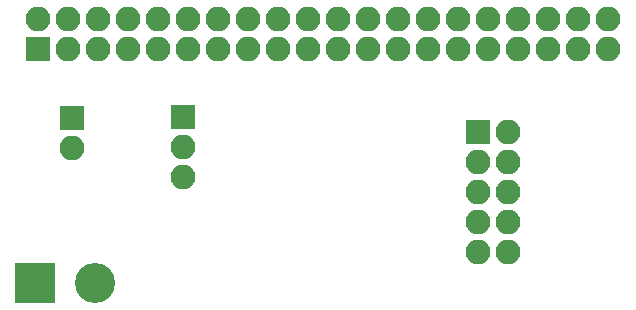
<source format=gbr>
G04 #@! TF.GenerationSoftware,KiCad,Pcbnew,(5.0.0)*
G04 #@! TF.CreationDate,2019-10-07T00:36:16+02:00*
G04 #@! TF.ProjectId,pizerospi,70697A65726F7370692E6B696361645F,rev?*
G04 #@! TF.SameCoordinates,Original*
G04 #@! TF.FileFunction,Soldermask,Bot*
G04 #@! TF.FilePolarity,Negative*
%FSLAX46Y46*%
G04 Gerber Fmt 4.6, Leading zero omitted, Abs format (unit mm)*
G04 Created by KiCad (PCBNEW (5.0.0)) date 10/07/19 00:36:16*
%MOMM*%
%LPD*%
G01*
G04 APERTURE LIST*
%ADD10O,2.100000X2.100000*%
%ADD11R,2.100000X2.100000*%
%ADD12C,3.400000*%
%ADD13R,3.400000X3.400000*%
G04 APERTURE END LIST*
D10*
G04 #@! TO.C,J1*
X61540000Y-38910000D03*
X59000000Y-38910000D03*
X61540000Y-36370000D03*
X59000000Y-36370000D03*
X61540000Y-33830000D03*
X59000000Y-33830000D03*
X61540000Y-31290000D03*
X59000000Y-31290000D03*
X61540000Y-28750000D03*
D11*
X59000000Y-28750000D03*
G04 #@! TD*
D10*
G04 #@! TO.C,J2*
X70010000Y-19210000D03*
X70010000Y-21750000D03*
X67470000Y-19210000D03*
X67470000Y-21750000D03*
X64930000Y-19210000D03*
X64930000Y-21750000D03*
X62390000Y-19210000D03*
X62390000Y-21750000D03*
X59850000Y-19210000D03*
X59850000Y-21750000D03*
X57310000Y-19210000D03*
X57310000Y-21750000D03*
X54770000Y-19210000D03*
X54770000Y-21750000D03*
X52230000Y-19210000D03*
X52230000Y-21750000D03*
X49690000Y-19210000D03*
X49690000Y-21750000D03*
X47150000Y-19210000D03*
X47150000Y-21750000D03*
X44610000Y-19210000D03*
X44610000Y-21750000D03*
X42070000Y-19210000D03*
X42070000Y-21750000D03*
X39530000Y-19210000D03*
X39530000Y-21750000D03*
X36990000Y-19210000D03*
X36990000Y-21750000D03*
X34450000Y-19210000D03*
X34450000Y-21750000D03*
X31910000Y-19210000D03*
X31910000Y-21750000D03*
X29370000Y-19210000D03*
X29370000Y-21750000D03*
X26830000Y-19210000D03*
X26830000Y-21750000D03*
X24290000Y-19210000D03*
X24290000Y-21750000D03*
X21750000Y-19210000D03*
D11*
X21750000Y-21750000D03*
G04 #@! TD*
D12*
G04 #@! TO.C,J3*
X26580000Y-41500000D03*
D13*
X21500000Y-41500000D03*
G04 #@! TD*
D10*
G04 #@! TO.C,J4*
X24575001Y-30115001D03*
D11*
X24575001Y-27575001D03*
G04 #@! TD*
D10*
G04 #@! TO.C,J5*
X34000000Y-32580000D03*
X34000000Y-30040000D03*
D11*
X34000000Y-27500000D03*
G04 #@! TD*
M02*

</source>
